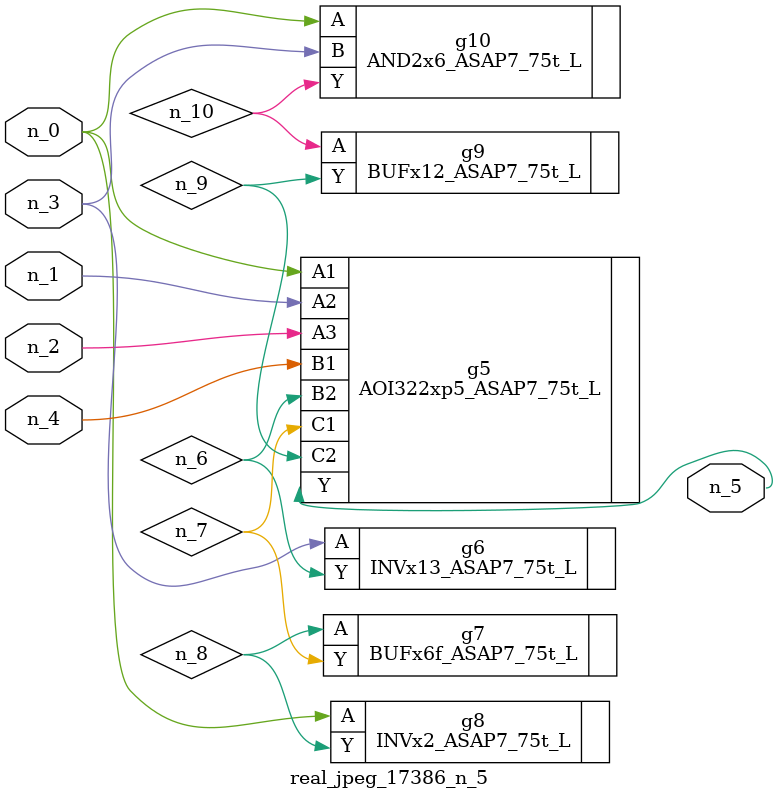
<source format=v>
module real_jpeg_17386_n_5 (n_4, n_0, n_1, n_2, n_3, n_5);

input n_4;
input n_0;
input n_1;
input n_2;
input n_3;

output n_5;

wire n_8;
wire n_6;
wire n_7;
wire n_10;
wire n_9;

AOI322xp5_ASAP7_75t_L g5 ( 
.A1(n_0),
.A2(n_1),
.A3(n_2),
.B1(n_4),
.B2(n_6),
.C1(n_7),
.C2(n_9),
.Y(n_5)
);

INVx2_ASAP7_75t_L g8 ( 
.A(n_0),
.Y(n_8)
);

AND2x6_ASAP7_75t_L g10 ( 
.A(n_0),
.B(n_3),
.Y(n_10)
);

INVx13_ASAP7_75t_L g6 ( 
.A(n_3),
.Y(n_6)
);

BUFx6f_ASAP7_75t_L g7 ( 
.A(n_8),
.Y(n_7)
);

BUFx12_ASAP7_75t_L g9 ( 
.A(n_10),
.Y(n_9)
);


endmodule
</source>
